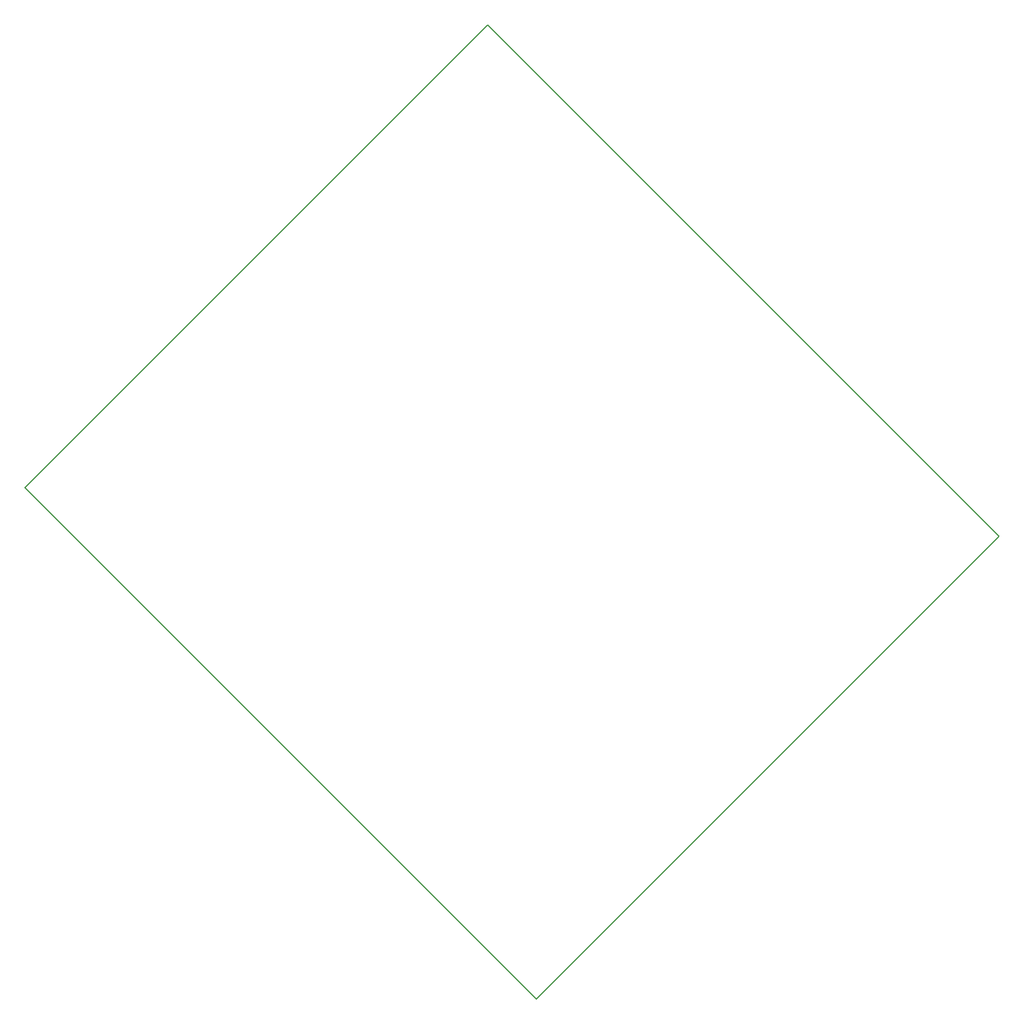
<source format=gbr>
G04 #@! TF.FileFunction,Profile,NP*
%FSLAX46Y46*%
G04 Gerber Fmt 4.6, Leading zero omitted, Abs format (unit mm)*
G04 Created by KiCad (PCBNEW 4.0.1-stable) date 24/02/2016 16:46:15*
%MOMM*%
G01*
G04 APERTURE LIST*
%ADD10C,0.100000*%
%ADD11C,0.150000*%
G04 APERTURE END LIST*
D10*
D11*
X142748000Y-159512000D02*
X141732000Y-160528000D01*
X68072000Y-84836000D02*
X67056000Y-85852000D01*
X134112000Y-152908000D02*
X141732000Y-160528000D01*
X100584000Y-119380000D02*
X134112000Y-152908000D01*
X67056000Y-85852000D02*
X100584000Y-119380000D01*
X101092000Y-51816000D02*
X68072000Y-84836000D01*
X134620000Y-18288000D02*
X101092000Y-51816000D01*
X142240000Y-25908000D02*
X134620000Y-18288000D01*
X175768000Y-59436000D02*
X142240000Y-25908000D01*
X209296000Y-92964000D02*
X175768000Y-59436000D01*
X176276000Y-125984000D02*
X209296000Y-92964000D01*
X142748000Y-159512000D02*
X176276000Y-125984000D01*
M02*

</source>
